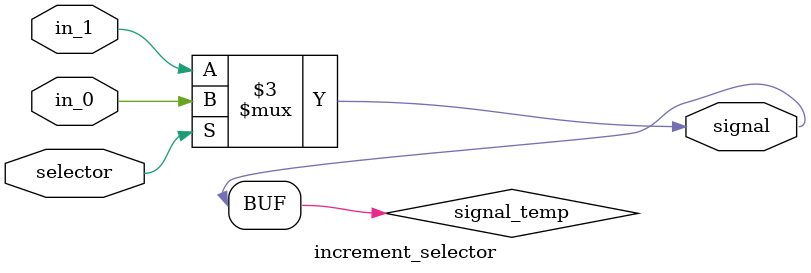
<source format=v>
`timescale 1ns / 1ps


module increment_selector(

input selector,

input in_0,
input in_1,

output signal
    );

reg signal_temp;

always @(*) begin

    if(selector) begin
        signal_temp <= in_0;
    end else begin
        signal_temp <= in_1;
    end

end
    
assign signal = signal_temp;
    
endmodule


</source>
